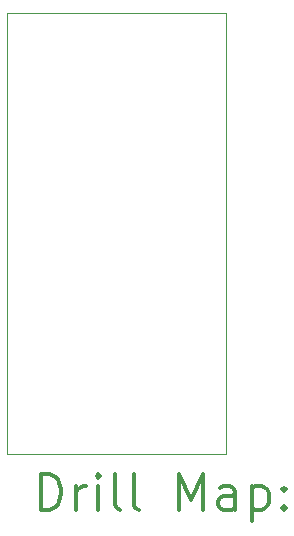
<source format=gbr>
%FSLAX45Y45*%
G04 Gerber Fmt 4.5, Leading zero omitted, Abs format (unit mm)*
G04 Created by KiCad (PCBNEW (5.1.12)-1) date 2023-02-10 19:32:13*
%MOMM*%
%LPD*%
G01*
G04 APERTURE LIST*
%TA.AperFunction,Profile*%
%ADD10C,0.050000*%
%TD*%
%ADD11C,0.200000*%
%ADD12C,0.300000*%
G04 APERTURE END LIST*
D10*
X14342000Y-13253000D02*
X14342000Y-9515000D01*
X16192000Y-13253000D02*
X14342000Y-13253000D01*
X16192000Y-9515000D02*
X16192000Y-13253000D01*
X14342000Y-9515000D02*
X16192000Y-9515000D01*
D11*
D12*
X14625928Y-13721214D02*
X14625928Y-13421214D01*
X14697357Y-13421214D01*
X14740214Y-13435500D01*
X14768786Y-13464071D01*
X14783071Y-13492643D01*
X14797357Y-13549786D01*
X14797357Y-13592643D01*
X14783071Y-13649786D01*
X14768786Y-13678357D01*
X14740214Y-13706929D01*
X14697357Y-13721214D01*
X14625928Y-13721214D01*
X14925928Y-13721214D02*
X14925928Y-13521214D01*
X14925928Y-13578357D02*
X14940214Y-13549786D01*
X14954500Y-13535500D01*
X14983071Y-13521214D01*
X15011643Y-13521214D01*
X15111643Y-13721214D02*
X15111643Y-13521214D01*
X15111643Y-13421214D02*
X15097357Y-13435500D01*
X15111643Y-13449786D01*
X15125928Y-13435500D01*
X15111643Y-13421214D01*
X15111643Y-13449786D01*
X15297357Y-13721214D02*
X15268786Y-13706929D01*
X15254500Y-13678357D01*
X15254500Y-13421214D01*
X15454500Y-13721214D02*
X15425928Y-13706929D01*
X15411643Y-13678357D01*
X15411643Y-13421214D01*
X15797357Y-13721214D02*
X15797357Y-13421214D01*
X15897357Y-13635500D01*
X15997357Y-13421214D01*
X15997357Y-13721214D01*
X16268786Y-13721214D02*
X16268786Y-13564071D01*
X16254500Y-13535500D01*
X16225928Y-13521214D01*
X16168786Y-13521214D01*
X16140214Y-13535500D01*
X16268786Y-13706929D02*
X16240214Y-13721214D01*
X16168786Y-13721214D01*
X16140214Y-13706929D01*
X16125928Y-13678357D01*
X16125928Y-13649786D01*
X16140214Y-13621214D01*
X16168786Y-13606929D01*
X16240214Y-13606929D01*
X16268786Y-13592643D01*
X16411643Y-13521214D02*
X16411643Y-13821214D01*
X16411643Y-13535500D02*
X16440214Y-13521214D01*
X16497357Y-13521214D01*
X16525928Y-13535500D01*
X16540214Y-13549786D01*
X16554500Y-13578357D01*
X16554500Y-13664071D01*
X16540214Y-13692643D01*
X16525928Y-13706929D01*
X16497357Y-13721214D01*
X16440214Y-13721214D01*
X16411643Y-13706929D01*
X16683071Y-13692643D02*
X16697357Y-13706929D01*
X16683071Y-13721214D01*
X16668786Y-13706929D01*
X16683071Y-13692643D01*
X16683071Y-13721214D01*
X16683071Y-13535500D02*
X16697357Y-13549786D01*
X16683071Y-13564071D01*
X16668786Y-13549786D01*
X16683071Y-13535500D01*
X16683071Y-13564071D01*
M02*

</source>
